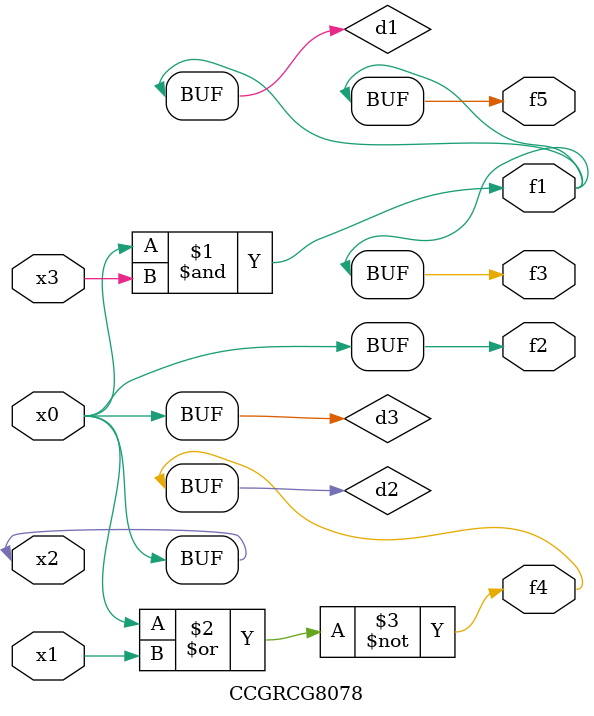
<source format=v>
module CCGRCG8078(
	input x0, x1, x2, x3,
	output f1, f2, f3, f4, f5
);

	wire d1, d2, d3;

	and (d1, x2, x3);
	nor (d2, x0, x1);
	buf (d3, x0, x2);
	assign f1 = d1;
	assign f2 = d3;
	assign f3 = d1;
	assign f4 = d2;
	assign f5 = d1;
endmodule

</source>
